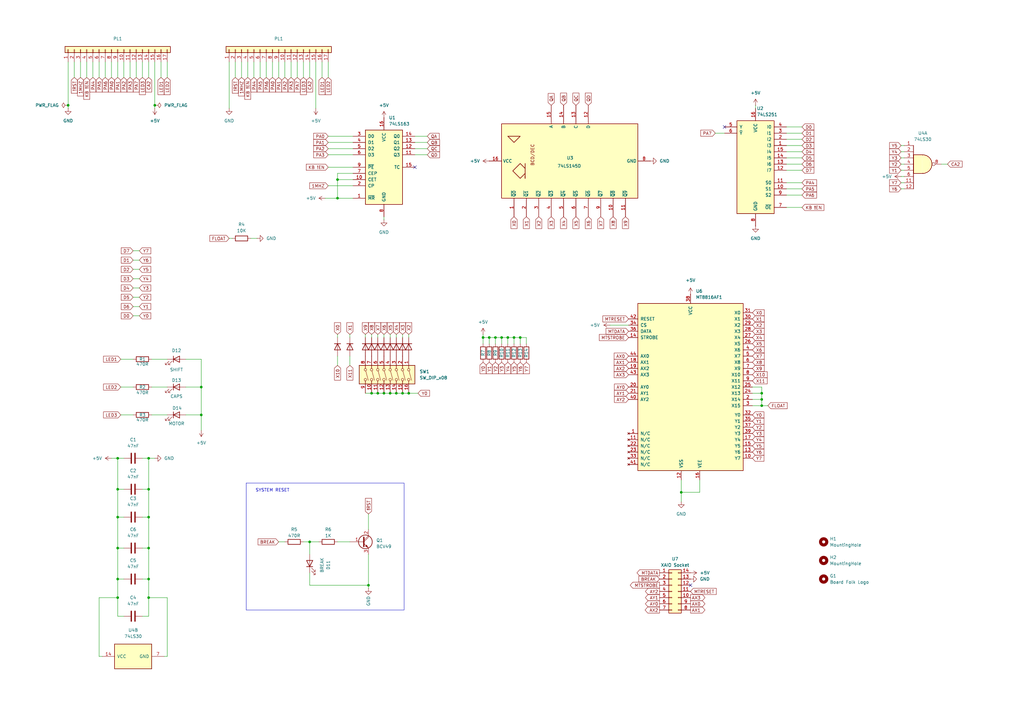
<source format=kicad_sch>
(kicad_sch (version 20231120) (generator "eeschema") (generator_version "8.0")
  (paper "A3")
  (junction (at 48.26 200.66))
  (junction (at 48.26 187.96))
  (junction (at 198.12 138.43))
  (junction (at 63.5 43.18))
  (junction (at 157.48 161.29))
  (junction (at 203.2 138.43))
  (junction (at 279.4 201.93))
  (junction (at 48.26 212.09))
  (junction (at 82.55 170.18))
  (junction (at 48.26 245.11))
  (junction (at 60.96 245.11))
  (junction (at 205.74 138.43))
  (junction (at 27.94 43.18))
  (junction (at 82.55 158.75))
  (junction (at 60.96 237.49))
  (junction (at 312.42 161.29))
  (junction (at 138.43 73.66))
  (junction (at 152.4 161.29))
  (junction (at 208.28 138.43))
  (junction (at 127 222.25))
  (junction (at 60.96 187.96))
  (junction (at 167.64 161.29))
  (junction (at 213.36 138.43))
  (junction (at 165.1 161.29))
  (junction (at 48.26 237.49))
  (junction (at 60.96 224.79))
  (junction (at 210.82 138.43))
  (junction (at 160.02 161.29))
  (junction (at 312.42 166.37))
  (junction (at 200.66 138.43))
  (junction (at 151.13 240.03))
  (junction (at 162.56 161.29))
  (junction (at 154.94 161.29))
  (junction (at 60.96 200.66))
  (junction (at 138.43 81.28))
  (junction (at 48.26 224.79))
  (junction (at 60.96 212.09))
  (junction (at 312.42 163.83))
  (no_connect (at 283.21 240.03))
  (no_connect (at 170.18 68.58))
  (no_connect (at 297.18 52.07))
  (wire (pts (xy 134.62 76.2) (xy 144.78 76.2)))
  (wire (pts (xy 322.58 52.07) (xy 328.93 52.07)))
  (wire (pts (xy 38.1 25.4) (xy 38.1 31.75)))
  (wire (pts (xy 134.62 60.96) (xy 144.78 60.96)))
  (wire (pts (xy 369.57 77.47) (xy 370.84 77.47)))
  (wire (pts (xy 322.58 54.61) (xy 328.93 54.61)))
  (wire (pts (xy 55.88 25.4) (xy 55.88 31.75)))
  (wire (pts (xy 124.46 25.4) (xy 124.46 31.75)))
  (wire (pts (xy 54.61 118.11) (xy 57.15 118.11)))
  (wire (pts (xy 35.56 25.4) (xy 35.56 31.75)))
  (wire (pts (xy 369.57 74.93) (xy 370.84 74.93)))
  (wire (pts (xy 151.13 240.03) (xy 151.13 241.3)))
  (wire (pts (xy 63.5 25.4) (xy 63.5 43.18)))
  (wire (pts (xy 208.28 138.43) (xy 208.28 140.97)))
  (wire (pts (xy 30.48 25.4) (xy 30.48 31.75)))
  (wire (pts (xy 48.26 212.09) (xy 50.8 212.09)))
  (wire (pts (xy 48.26 212.09) (xy 48.26 224.79)))
  (wire (pts (xy 60.96 187.96) (xy 60.96 200.66)))
  (wire (pts (xy 312.42 161.29) (xy 312.42 163.83)))
  (wire (pts (xy 58.42 200.66) (xy 60.96 200.66)))
  (wire (pts (xy 369.57 64.77) (xy 370.84 64.77)))
  (wire (pts (xy 60.96 237.49) (xy 60.96 245.11)))
  (wire (pts (xy 48.26 200.66) (xy 50.8 200.66)))
  (wire (pts (xy 200.66 138.43) (xy 200.66 140.97)))
  (wire (pts (xy 121.92 25.4) (xy 121.92 31.75)))
  (wire (pts (xy 160.02 161.29) (xy 162.56 161.29)))
  (wire (pts (xy 114.3 222.25) (xy 116.84 222.25)))
  (wire (pts (xy 149.86 137.16) (xy 149.86 138.43)))
  (wire (pts (xy 48.26 187.96) (xy 50.8 187.96)))
  (wire (pts (xy 287.02 201.93) (xy 287.02 196.85)))
  (wire (pts (xy 127 222.25) (xy 130.81 222.25)))
  (wire (pts (xy 322.58 57.15) (xy 328.93 57.15)))
  (wire (pts (xy 322.58 59.69) (xy 328.93 59.69)))
  (wire (pts (xy 82.55 158.75) (xy 82.55 170.18)))
  (wire (pts (xy 54.61 129.54) (xy 57.15 129.54)))
  (wire (pts (xy 312.42 163.83) (xy 312.42 166.37)))
  (wire (pts (xy 58.42 237.49) (xy 60.96 237.49)))
  (wire (pts (xy 250.19 133.35) (xy 257.81 133.35)))
  (wire (pts (xy 210.82 138.43) (xy 210.82 140.97)))
  (wire (pts (xy 27.94 25.4) (xy 27.94 43.18)))
  (wire (pts (xy 322.58 74.93) (xy 328.93 74.93)))
  (wire (pts (xy 49.53 170.18) (xy 54.61 170.18)))
  (wire (pts (xy 48.26 237.49) (xy 48.26 245.11)))
  (wire (pts (xy 76.2 147.32) (xy 82.55 147.32)))
  (wire (pts (xy 49.53 147.32) (xy 54.61 147.32)))
  (wire (pts (xy 76.2 170.18) (xy 82.55 170.18)))
  (wire (pts (xy 134.62 63.5) (xy 144.78 63.5)))
  (wire (pts (xy 138.43 71.12) (xy 138.43 73.66)))
  (wire (pts (xy 279.4 196.85) (xy 279.4 201.93)))
  (wire (pts (xy 138.43 73.66) (xy 144.78 73.66)))
  (wire (pts (xy 213.36 138.43) (xy 213.36 140.97)))
  (wire (pts (xy 138.43 137.16) (xy 138.43 138.43)))
  (wire (pts (xy 60.96 25.4) (xy 60.96 31.75)))
  (wire (pts (xy 133.35 81.28) (xy 138.43 81.28)))
  (wire (pts (xy 322.58 64.77) (xy 328.93 64.77)))
  (wire (pts (xy 312.42 166.37) (xy 308.61 166.37)))
  (wire (pts (xy 129.54 25.4) (xy 129.54 44.45)))
  (wire (pts (xy 165.1 137.16) (xy 165.1 138.43)))
  (wire (pts (xy 198.12 138.43) (xy 198.12 140.97)))
  (wire (pts (xy 45.72 25.4) (xy 45.72 31.75)))
  (wire (pts (xy 151.13 210.82) (xy 151.13 217.17)))
  (wire (pts (xy 162.56 137.16) (xy 162.56 138.43)))
  (wire (pts (xy 162.56 161.29) (xy 165.1 161.29)))
  (wire (pts (xy 134.62 58.42) (xy 144.78 58.42)))
  (wire (pts (xy 60.96 245.11) (xy 60.96 252.73)))
  (wire (pts (xy 40.64 245.11) (xy 40.64 269.24)))
  (wire (pts (xy 160.02 137.16) (xy 160.02 138.43)))
  (wire (pts (xy 132.08 25.4) (xy 132.08 31.75)))
  (wire (pts (xy 68.58 245.11) (xy 60.96 245.11)))
  (wire (pts (xy 54.61 121.92) (xy 57.15 121.92)))
  (wire (pts (xy 48.26 224.79) (xy 50.8 224.79)))
  (wire (pts (xy 58.42 224.79) (xy 60.96 224.79)))
  (wire (pts (xy 369.57 67.31) (xy 370.84 67.31)))
  (wire (pts (xy 386.08 67.31) (xy 388.62 67.31)))
  (wire (pts (xy 151.13 227.33) (xy 151.13 240.03)))
  (wire (pts (xy 76.2 158.75) (xy 82.55 158.75)))
  (wire (pts (xy 322.58 85.09) (xy 328.93 85.09)))
  (wire (pts (xy 45.72 187.96) (xy 48.26 187.96)))
  (wire (pts (xy 308.61 163.83) (xy 312.42 163.83)))
  (wire (pts (xy 48.26 25.4) (xy 48.26 31.75)))
  (wire (pts (xy 152.4 137.16) (xy 152.4 138.43)))
  (wire (pts (xy 279.4 205.74) (xy 279.4 201.93)))
  (wire (pts (xy 152.4 161.29) (xy 154.94 161.29)))
  (wire (pts (xy 322.58 62.23) (xy 328.93 62.23)))
  (wire (pts (xy 50.8 25.4) (xy 50.8 31.75)))
  (wire (pts (xy 134.62 55.88) (xy 144.78 55.88)))
  (wire (pts (xy 143.51 137.16) (xy 143.51 138.43)))
  (wire (pts (xy 124.46 222.25) (xy 127 222.25)))
  (wire (pts (xy 167.64 161.29) (xy 171.45 161.29)))
  (wire (pts (xy 68.58 269.24) (xy 67.31 269.24)))
  (wire (pts (xy 82.55 147.32) (xy 82.55 158.75)))
  (wire (pts (xy 82.55 170.18) (xy 82.55 176.53)))
  (wire (pts (xy 138.43 73.66) (xy 138.43 81.28)))
  (wire (pts (xy 293.37 54.61) (xy 297.18 54.61)))
  (wire (pts (xy 48.26 200.66) (xy 48.26 212.09)))
  (wire (pts (xy 170.18 58.42) (xy 175.26 58.42)))
  (wire (pts (xy 205.74 138.43) (xy 208.28 138.43)))
  (wire (pts (xy 99.06 25.4) (xy 99.06 31.75)))
  (wire (pts (xy 66.04 25.4) (xy 66.04 31.75)))
  (wire (pts (xy 200.66 138.43) (xy 203.2 138.43)))
  (wire (pts (xy 48.26 237.49) (xy 50.8 237.49)))
  (wire (pts (xy 369.57 59.69) (xy 370.84 59.69)))
  (wire (pts (xy 60.96 212.09) (xy 60.96 224.79)))
  (wire (pts (xy 60.96 187.96) (xy 63.5 187.96)))
  (wire (pts (xy 114.3 25.4) (xy 114.3 31.75)))
  (wire (pts (xy 40.64 25.4) (xy 40.64 31.75)))
  (wire (pts (xy 127 227.33) (xy 127 222.25)))
  (wire (pts (xy 170.18 60.96) (xy 175.26 60.96)))
  (wire (pts (xy 58.42 25.4) (xy 58.42 31.75)))
  (wire (pts (xy 68.58 25.4) (xy 68.58 31.75)))
  (wire (pts (xy 54.61 114.3) (xy 57.15 114.3)))
  (wire (pts (xy 48.26 224.79) (xy 48.26 237.49)))
  (wire (pts (xy 308.61 158.75) (xy 312.42 158.75)))
  (wire (pts (xy 134.62 25.4) (xy 134.62 31.75)))
  (wire (pts (xy 106.68 25.4) (xy 106.68 31.75)))
  (wire (pts (xy 138.43 81.28) (xy 144.78 81.28)))
  (wire (pts (xy 48.26 245.11) (xy 48.26 252.73)))
  (wire (pts (xy 127 25.4) (xy 127 31.75)))
  (wire (pts (xy 127 240.03) (xy 151.13 240.03)))
  (wire (pts (xy 369.57 62.23) (xy 370.84 62.23)))
  (wire (pts (xy 54.61 110.49) (xy 57.15 110.49)))
  (wire (pts (xy 60.96 200.66) (xy 60.96 212.09)))
  (wire (pts (xy 154.94 161.29) (xy 157.48 161.29)))
  (wire (pts (xy 104.14 25.4) (xy 104.14 31.75)))
  (wire (pts (xy 149.86 161.29) (xy 152.4 161.29)))
  (wire (pts (xy 111.76 25.4) (xy 111.76 31.75)))
  (wire (pts (xy 102.87 97.79) (xy 105.41 97.79)))
  (wire (pts (xy 33.02 25.4) (xy 33.02 31.75)))
  (wire (pts (xy 165.1 161.29) (xy 167.64 161.29)))
  (wire (pts (xy 157.48 137.16) (xy 157.48 138.43)))
  (wire (pts (xy 154.94 137.16) (xy 154.94 138.43)))
  (wire (pts (xy 170.18 55.88) (xy 175.26 55.88)))
  (wire (pts (xy 93.98 97.79) (xy 95.25 97.79)))
  (wire (pts (xy 58.42 212.09) (xy 60.96 212.09)))
  (wire (pts (xy 314.96 166.37) (xy 312.42 166.37)))
  (wire (pts (xy 167.64 137.16) (xy 167.64 138.43)))
  (wire (pts (xy 215.9 138.43) (xy 215.9 140.97)))
  (wire (pts (xy 322.58 69.85) (xy 328.93 69.85)))
  (wire (pts (xy 93.98 25.4) (xy 93.98 44.45)))
  (wire (pts (xy 322.58 80.01) (xy 328.93 80.01)))
  (wire (pts (xy 198.12 138.43) (xy 200.66 138.43)))
  (wire (pts (xy 63.5 43.18) (xy 63.5 44.45)))
  (wire (pts (xy 205.74 138.43) (xy 205.74 140.97)))
  (wire (pts (xy 54.61 125.73) (xy 57.15 125.73)))
  (wire (pts (xy 27.94 43.18) (xy 27.94 44.45)))
  (wire (pts (xy 40.64 269.24) (xy 41.91 269.24)))
  (wire (pts (xy 48.26 187.96) (xy 48.26 200.66)))
  (wire (pts (xy 127 234.95) (xy 127 240.03)))
  (wire (pts (xy 157.48 161.29) (xy 160.02 161.29)))
  (wire (pts (xy 143.51 146.05) (xy 143.51 149.86)))
  (wire (pts (xy 54.61 106.68) (xy 57.15 106.68)))
  (wire (pts (xy 54.61 102.87) (xy 57.15 102.87)))
  (wire (pts (xy 134.62 68.58) (xy 144.78 68.58)))
  (wire (pts (xy 369.57 69.85) (xy 370.84 69.85)))
  (wire (pts (xy 49.53 158.75) (xy 54.61 158.75)))
  (wire (pts (xy 68.58 269.24) (xy 68.58 245.11)))
  (wire (pts (xy 138.43 146.05) (xy 138.43 149.86)))
  (wire (pts (xy 312.42 158.75) (xy 312.42 161.29)))
  (wire (pts (xy 279.4 201.93) (xy 287.02 201.93)))
  (wire (pts (xy 203.2 138.43) (xy 203.2 140.97)))
  (wire (pts (xy 170.18 63.5) (xy 175.26 63.5)))
  (wire (pts (xy 119.38 25.4) (xy 119.38 31.75)))
  (wire (pts (xy 62.23 158.75) (xy 68.58 158.75)))
  (wire (pts (xy 58.42 187.96) (xy 60.96 187.96)))
  (wire (pts (xy 308.61 161.29) (xy 312.42 161.29)))
  (wire (pts (xy 198.12 137.16) (xy 198.12 138.43)))
  (wire (pts (xy 96.52 25.4) (xy 96.52 31.75)))
  (wire (pts (xy 62.23 170.18) (xy 68.58 170.18)))
  (wire (pts (xy 322.58 67.31) (xy 328.93 67.31)))
  (wire (pts (xy 138.43 222.25) (xy 143.51 222.25)))
  (wire (pts (xy 58.42 252.73) (xy 60.96 252.73)))
  (wire (pts (xy 101.6 25.4) (xy 101.6 31.75)))
  (wire (pts (xy 43.18 25.4) (xy 43.18 31.75)))
  (wire (pts (xy 144.78 71.12) (xy 138.43 71.12)))
  (wire (pts (xy 157.48 88.9) (xy 157.48 90.17)))
  (wire (pts (xy 53.34 25.4) (xy 53.34 31.75)))
  (wire (pts (xy 109.22 25.4) (xy 109.22 31.75)))
  (wire (pts (xy 210.82 138.43) (xy 213.36 138.43)))
  (wire (pts (xy 309.88 43.18) (xy 309.88 44.45)))
  (wire (pts (xy 60.96 224.79) (xy 60.96 237.49)))
  (wire (pts (xy 62.23 147.32) (xy 68.58 147.32)))
  (wire (pts (xy 208.28 138.43) (xy 210.82 138.43)))
  (wire (pts (xy 213.36 138.43) (xy 215.9 138.43)))
  (wire (pts (xy 50.8 252.73) (xy 48.26 252.73)))
  (wire (pts (xy 322.58 77.47) (xy 328.93 77.47)))
  (wire (pts (xy 203.2 138.43) (xy 205.74 138.43)))
  (wire (pts (xy 116.84 25.4) (xy 116.84 31.75)))
  (wire (pts (xy 40.64 245.11) (xy 48.26 245.11)))
  (wire (pts (xy 369.57 72.39) (xy 370.84 72.39)))
  (rectangle (start 100.965 198.12) (end 165.735 250.19))
  (text "SYSTEM RESET" (at 104.775 201.93 0) (effects (font (size 1.27 1.27)) (justify left bottom)))
  (global_label "CA2" (shape input) (at 127 31.75 270) (property "Intersheetrefs" "${INTERSHEET_REFS}" (effects (hide yes))))
  (global_label "PA7" (shape input) (at 55.88 31.75 270) (property "Intersheetrefs" "${INTERSHEET_REFS}" (effects (hide yes))))
  (global_label "AY1" (shape output) (at 270.51 245.11 180) (property "Intersheetrefs" "${INTERSHEET_REFS}" (effects (hide yes))))
  (global_label "AX1" (shape output) (at 283.21 250.19 0) (property "Intersheetrefs" "${INTERSHEET_REFS}" (effects (hide yes))))
  (global_label "CA2" (shape input) (at 388.62 67.31 0) (property "Intersheetrefs" "${INTERSHEET_REFS}" (effects (hide yes))))
  (global_label "Y2" (shape input) (at 57.15 121.92 0) (property "Intersheetrefs" "${INTERSHEET_REFS}" (effects (hide yes))))
  (global_label "QA" (shape input) (at 175.26 55.88 0) (property "Intersheetrefs" "${INTERSHEET_REFS}" (effects (hide yes))))
  (global_label "LED2" (shape input) (at 49.53 158.75 180) (property "Intersheetrefs" "${INTERSHEET_REFS}" (effects (hide yes))))
  (global_label "Y2" (shape input) (at 308.61 175.26 0) (property "Intersheetrefs" "${INTERSHEET_REFS}" (effects (hide yes))))
  (global_label "Y7" (shape input) (at 369.57 74.93 180) (property "Intersheetrefs" "${INTERSHEET_REFS}" (effects (hide yes))))
  (global_label "PA6" (shape input) (at 43.18 31.75 270) (property "Intersheetrefs" "${INTERSHEET_REFS}" (effects (hide yes))))
  (global_label "X2" (shape input) (at 220.98 88.9 270) (property "Intersheetrefs" "${INTERSHEET_REFS}" (effects (hide yes))))
  (global_label "X10" (shape input) (at 138.43 149.86 270) (property "Intersheetrefs" "${INTERSHEET_REFS}" (effects (hide yes))))
  (global_label "Y2" (shape input) (at 369.57 67.31 180) (property "Intersheetrefs" "${INTERSHEET_REFS}" (effects (hide yes))))
  (global_label "QC" (shape input) (at 236.22 43.18 90) (property "Intersheetrefs" "${INTERSHEET_REFS}" (effects (hide yes))))
  (global_label "AY1" (shape input) (at 257.81 161.29 180) (property "Intersheetrefs" "${INTERSHEET_REFS}" (effects (hide yes))))
  (global_label "Y1" (shape input) (at 57.15 125.73 0) (property "Intersheetrefs" "${INTERSHEET_REFS}" (effects (hide yes))))
  (global_label "!RST" (shape input) (at 30.48 31.75 270) (property "Intersheetrefs" "${INTERSHEET_REFS}" (effects (hide yes))))
  (global_label "MTSTROBE" (shape input) (at 257.81 138.43 180) (property "Intersheetrefs" "${INTERSHEET_REFS}" (effects (hide yes))))
  (global_label "Y6" (shape input) (at 308.61 185.42 0) (property "Intersheetrefs" "${INTERSHEET_REFS}" (effects (hide yes))))
  (global_label "LED1" (shape input) (at 66.04 31.75 270) (property "Intersheetrefs" "${INTERSHEET_REFS}" (effects (hide yes))))
  (global_label "Y7" (shape input) (at 215.9 148.59 270) (property "Intersheetrefs" "${INTERSHEET_REFS}" (effects (hide yes))))
  (global_label "QD" (shape input) (at 241.3 43.18 90) (property "Intersheetrefs" "${INTERSHEET_REFS}" (effects (hide yes))))
  (global_label "X9" (shape input) (at 308.61 151.13 0) (property "Intersheetrefs" "${INTERSHEET_REFS}" (effects (hide yes))))
  (global_label "AX0" (shape input) (at 257.81 146.05 180) (property "Intersheetrefs" "${INTERSHEET_REFS}" (effects (hide yes))))
  (global_label "Y1" (shape input) (at 369.57 69.85 180) (property "Intersheetrefs" "${INTERSHEET_REFS}" (effects (hide yes))))
  (global_label "D7" (shape input) (at 328.93 69.85 0) (property "Intersheetrefs" "${INTERSHEET_REFS}" (effects (hide yes))))
  (global_label "X0" (shape input) (at 210.82 88.9 270) (property "Intersheetrefs" "${INTERSHEET_REFS}" (effects (hide yes))))
  (global_label "D1" (shape input) (at 328.93 54.61 0) (property "Intersheetrefs" "${INTERSHEET_REFS}" (effects (hide yes))))
  (global_label "X6" (shape input) (at 157.48 137.16 90) (property "Intersheetrefs" "${INTERSHEET_REFS}" (effects (hide yes))))
  (global_label "FLOAT" (shape input) (at 93.98 97.79 180) (property "Intersheetrefs" "${INTERSHEET_REFS}" (effects (hide yes))))
  (global_label "D6" (shape input) (at 54.61 125.73 180) (property "Intersheetrefs" "${INTERSHEET_REFS}" (effects (hide yes))))
  (global_label "PA2" (shape input) (at 116.84 31.75 270) (property "Intersheetrefs" "${INTERSHEET_REFS}" (effects (hide yes))))
  (global_label "X9" (shape input) (at 256.54 88.9 270) (property "Intersheetrefs" "${INTERSHEET_REFS}" (effects (hide yes))))
  (global_label "AX3" (shape output) (at 283.21 245.11 0) (property "Intersheetrefs" "${INTERSHEET_REFS}" (effects (hide yes))))
  (global_label "PA5" (shape input) (at 40.64 31.75 270) (property "Intersheetrefs" "${INTERSHEET_REFS}" (effects (hide yes))))
  (global_label "PA0" (shape input) (at 111.76 31.75 270) (property "Intersheetrefs" "${INTERSHEET_REFS}" (effects (hide yes))))
  (global_label "X11" (shape input) (at 143.51 149.86 270) (property "Intersheetrefs" "${INTERSHEET_REFS}" (effects (hide yes))))
  (global_label "Y3" (shape input) (at 369.57 64.77 180) (property "Intersheetrefs" "${INTERSHEET_REFS}" (effects (hide yes))))
  (global_label "KB !EN" (shape input) (at 328.93 85.09 0) (property "Intersheetrefs" "${INTERSHEET_REFS}" (effects (hide yes))))
  (global_label "LED1" (shape input) (at 49.53 147.32 180) (property "Intersheetrefs" "${INTERSHEET_REFS}" (effects (hide yes))))
  (global_label "PA0" (shape input) (at 45.72 31.75 270) (property "Intersheetrefs" "${INTERSHEET_REFS}" (effects (hide yes))))
  (global_label "LED2" (shape input) (at 134.62 31.75 270) (property "Intersheetrefs" "${INTERSHEET_REFS}" (effects (hide yes))))
  (global_label "Y6" (shape input) (at 213.36 148.59 270) (property "Intersheetrefs" "${INTERSHEET_REFS}" (effects (hide yes))))
  (global_label "D1" (shape input) (at 54.61 106.68 180) (property "Intersheetrefs" "${INTERSHEET_REFS}" (effects (hide yes))))
  (global_label "PA0" (shape input) (at 134.62 55.88 180) (property "Intersheetrefs" "${INTERSHEET_REFS}" (effects (hide yes))))
  (global_label "LED3" (shape input) (at 58.42 31.75 270) (property "Intersheetrefs" "${INTERSHEET_REFS}" (effects (hide yes))))
  (global_label "X7" (shape input) (at 308.61 146.05 0) (property "Intersheetrefs" "${INTERSHEET_REFS}" (effects (hide yes))))
  (global_label "PA4" (shape input) (at 328.93 74.93 0) (property "Intersheetrefs" "${INTERSHEET_REFS}" (effects (hide yes))))
  (global_label "PA1" (shape input) (at 48.26 31.75 270) (property "Intersheetrefs" "${INTERSHEET_REFS}" (effects (hide yes))))
  (global_label "AX2" (shape output) (at 270.51 250.19 180) (property "Intersheetrefs" "${INTERSHEET_REFS}" (effects (hide yes))))
  (global_label "CA2" (shape input) (at 60.96 31.75 270) (property "Intersheetrefs" "${INTERSHEET_REFS}" (effects (hide yes))))
  (global_label "Y0" (shape input) (at 171.45 161.29 0) (property "Intersheetrefs" "${INTERSHEET_REFS}" (effects (hide yes))))
  (global_label "X3" (shape input) (at 165.1 137.16 90) (property "Intersheetrefs" "${INTERSHEET_REFS}" (effects (hide yes))))
  (global_label "PA1" (shape input) (at 134.62 58.42 180) (property "Intersheetrefs" "${INTERSHEET_REFS}" (effects (hide yes))))
  (global_label "D0" (shape input) (at 328.93 52.07 0) (property "Intersheetrefs" "${INTERSHEET_REFS}" (effects (hide yes))))
  (global_label "PA7" (shape input) (at 121.92 31.75 270) (property "Intersheetrefs" "${INTERSHEET_REFS}" (effects (hide yes))))
  (global_label "MTDATA" (shape input) (at 257.81 135.89 180) (property "Intersheetrefs" "${INTERSHEET_REFS}" (effects (hide yes))))
  (global_label "FLOAT" (shape input) (at 314.96 166.37 0) (property "Intersheetrefs" "${INTERSHEET_REFS}" (effects (hide yes))))
  (global_label "X11" (shape input) (at 308.61 156.21 0) (property "Intersheetrefs" "${INTERSHEET_REFS}" (effects (hide yes))))
  (global_label "X6" (shape input) (at 308.61 143.51 0) (property "Intersheetrefs" "${INTERSHEET_REFS}" (effects (hide yes))))
  (global_label "1MHZ" (shape input) (at 33.02 31.75 270) (property "Intersheetrefs" "${INTERSHEET_REFS}" (effects (hide yes))))
  (global_label "LED1" (shape input) (at 132.08 31.75 270) (property "Intersheetrefs" "${INTERSHEET_REFS}" (effects (hide yes))))
  (global_label "1MHZ" (shape input) (at 134.62 76.2 180) (property "Intersheetrefs" "${INTERSHEET_REFS}" (effects (hide yes))))
  (global_label "KB !EN" (shape input) (at 35.56 31.75 270) (property "Intersheetrefs" "${INTERSHEET_REFS}" (effects (hide yes))))
  (global_label "MTSTROBE" (shape output) (at 270.51 240.03 180) (property "Intersheetrefs" "${INTERSHEET_REFS}" (effects (hide yes))))
  (global_label "AY0" (shape input) (at 257.81 158.75 180) (property "Intersheetrefs" "${INTERSHEET_REFS}" (effects (hide yes))))
  (global_label "X1" (shape input) (at 308.61 130.81 0) (property "Intersheetrefs" "${INTERSHEET_REFS}" (effects (hide yes))))
  (global_label "!RST" (shape input) (at 96.52 31.75 270) (property "Intersheetrefs" "${INTERSHEET_REFS}" (effects (hide yes))))
  (global_label "Y3" (shape input) (at 205.74 148.59 270) (property "Intersheetrefs" "${INTERSHEET_REFS}" (effects (hide yes))))
  (global_label "Y3" (shape input) (at 57.15 118.11 0) (property "Intersheetrefs" "${INTERSHEET_REFS}" (effects (hide yes))))
  (global_label "QB" (shape input) (at 175.26 58.42 0) (property "Intersheetrefs" "${INTERSHEET_REFS}" (effects (hide yes))))
  (global_label "LED3" (shape input) (at 124.46 31.75 270) (property "Intersheetrefs" "${INTERSHEET_REFS}" (effects (hide yes))))
  (global_label "AX3" (shape input) (at 257.81 153.67 180) (property "Intersheetrefs" "${INTERSHEET_REFS}" (effects (hide yes))))
  (global_label "X8" (shape input) (at 152.4 137.16 90) (property "Intersheetrefs" "${INTERSHEET_REFS}" (effects (hide yes))))
  (global_label "AY0" (shape output) (at 270.51 247.65 180) (property "Intersheetrefs" "${INTERSHEET_REFS}" (effects (hide yes))))
  (global_label "AX2" (shape input) (at 257.81 151.13 180) (property "Intersheetrefs" "${INTERSHEET_REFS}" (effects (hide yes))))
  (global_label "X7" (shape input) (at 154.94 137.16 90) (property "Intersheetrefs" "${INTERSHEET_REFS}" (effects (hide yes))))
  (global_label "MTRESET" (shape input) (at 257.81 130.81 180) (property "Intersheetrefs" "${INTERSHEET_REFS}" (effects (hide yes))))
  (global_label "PA6" (shape input) (at 109.22 31.75 270) (property "Intersheetrefs" "${INTERSHEET_REFS}" (effects (hide yes))))
  (global_label "LED2" (shape input) (at 68.58 31.75 270) (property "Intersheetrefs" "${INTERSHEET_REFS}" (effects (hide yes))))
  (global_label "QB" (shape input) (at 231.14 43.18 90) (property "Intersheetrefs" "${INTERSHEET_REFS}" (effects (hide yes))))
  (global_label "X1" (shape input) (at 143.51 137.16 90) (property "Intersheetrefs" "${INTERSHEET_REFS}" (effects (hide yes))))
  (global_label "PA2" (shape input) (at 134.62 60.96 180) (property "Intersheetrefs" "${INTERSHEET_REFS}" (effects (hide yes))))
  (global_label "X5" (shape input) (at 160.02 137.16 90) (property "Intersheetrefs" "${INTERSHEET_REFS}" (effects (hide yes))))
  (global_label "Y3" (shape input) (at 308.61 177.8 0) (property "Intersheetrefs" "${INTERSHEET_REFS}" (effects (hide yes))))
  (global_label "Y6" (shape input) (at 369.57 77.47 180) (property "Intersheetrefs" "${INTERSHEET_REFS}" (effects (hide yes))))
  (global_label "Y2" (shape input) (at 203.2 148.59 270) (property "Intersheetrefs" "${INTERSHEET_REFS}" (effects (hide yes))))
  (global_label "D5" (shape input) (at 54.61 121.92 180) (property "Intersheetrefs" "${INTERSHEET_REFS}" (effects (hide yes))))
  (global_label "PA5" (shape input) (at 106.68 31.75 270) (property "Intersheetrefs" "${INTERSHEET_REFS}" (effects (hide yes))))
  (global_label "BREAK" (shape input) (at 270.51 237.49 180) (property "Intersheetrefs" "${INTERSHEET_REFS}" (effects (hide yes))))
  (global_label "Y5" (shape input) (at 210.82 148.59 270) (property "Intersheetrefs" "${INTERSHEET_REFS}" (effects (hide yes))))
  (global_label "Y0" (shape input) (at 308.61 170.18 0) (property "Intersheetrefs" "${INTERSHEET_REFS}" (effects (hide yes))))
  (global_label "X5" (shape input) (at 236.22 88.9 270) (property "Intersheetrefs" "${INTERSHEET_REFS}" (effects (hide yes))))
  (global_label "KB !EN" (shape input) (at 134.62 68.58 180) (property "Intersheetrefs" "${INTERSHEET_REFS}" (effects (hide yes))))
  (global_label "D4" (shape input) (at 54.61 118.11 180) (property "Intersheetrefs" "${INTERSHEET_REFS}" (effects (hide yes))))
  (global_label "MTDATA" (shape output) (at 270.51 234.95 180) (property "Intersheetrefs" "${INTERSHEET_REFS}" (effects (hide yes))))
  (global_label "Y5" (shape input) (at 57.15 110.49 0) (property "Intersheetrefs" "${INTERSHEET_REFS}" (effects (hide yes))))
  (global_label "Y7" (shape input) (at 57.15 102.87 0) (property "Intersheetrefs" "${INTERSHEET_REFS}" (effects (hide yes))))
  (global_label "PA6" (shape input) (at 328.93 80.01 0) (property "Intersheetrefs" "${INTERSHEET_REFS}" (effects (hide yes))))
  (global_label "X7" (shape input) (at 246.38 88.9 270) (property "Intersheetrefs" "${INTERSHEET_REFS}" (effects (hide yes))))
  (global_label "MTRESET" (shape input) (at 283.21 242.57 0) (property "Intersheetrefs" "${INTERSHEET_REFS}" (effects (hide yes))))
  (global_label "D2" (shape input) (at 328.93 57.15 0) (property "Intersheetrefs" "${INTERSHEET_REFS}" (effects (hide yes))))
  (global_label "KB !EN" (shape input) (at 101.6 31.75 270) (property "Intersheetrefs" "${INTERSHEET_REFS}" (effects (hide yes))))
  (global_label "X4" (shape input) (at 308.61 138.43 0) (property "Intersheetrefs" "${INTERSHEET_REFS}" (effects (hide yes))))
  (global_label "D3" (shape input) (at 328.93 59.69 0) (property "Intersheetrefs" "${INTERSHEET_REFS}" (effects (hide yes))))
  (global_label "Y6" (shape input) (at 57.15 106.68 0) (property "Intersheetrefs" "${INTERSHEET_REFS}" (effects (hide yes))))
  (global_label "AX0" (shape output) (at 283.21 247.65 0) (property "Intersheetrefs" "${INTERSHEET_REFS}" (effects (hide yes))))
  (global_label "Y4" (shape input) (at 208.28 148.59 270) (property "Intersheetrefs" "${INTERSHEET_REFS}" (effects (hide yes))))
  (global_label "D2" (shape input) (at 54.61 110.49 180) (property "Intersheetrefs" "${INTERSHEET_REFS}" (effects (hide yes))))
  (global_label "Y4" (shape input) (at 57.15 114.3 0) (property "Intersheetrefs" "${INTERSHEET_REFS}" (effects (hide yes))))
  (global_label "AY2" (shape output) (at 270.51 242.57 180) (property "Intersheetrefs" "${INTERSHEET_REFS}" (effects (hide yes))))
  (global_label "QC" (shape input) (at 175.26 60.96 0) (property "Intersheetrefs" "${INTERSHEET_REFS}" (effects (hide yes))))
  (global_label "PA4" (shape input) (at 104.14 31.75 270) (property "Intersheetrefs" "${INTERSHEET_REFS}" (effects (hide yes))))
  (global_label "PA3" (shape input) (at 119.38 31.75 270) (property "Intersheetrefs" "${INTERSHEET_REFS}" (effects (hide yes))))
  (global_label "Y7" (shape input) (at 308.61 187.96 0) (property "Intersheetrefs" "${INTERSHEET_REFS}" (effects (hide yes))))
  (global_label "D4" (shape input) (at 328.93 62.23 0) (property "Intersheetrefs" "${INTERSHEET_REFS}" (effects (hide yes))))
  (global_label "X6" (shape input) (at 241.3 88.9 270) (property "Intersheetrefs" "${INTERSHEET_REFS}" (effects (hide yes))))
  (global_label "QA" (shape input) (at 226.06 43.18 90) (property "Intersheetrefs" "${INTERSHEET_REFS}" (effects (hide yes))))
  (global_label "X0" (shape input) (at 138.43 137.16 90) (property "Intersheetrefs" "${INTERSHEET_REFS}" (effects (hide yes))))
  (global_label "D6" (shape input) (at 328.93 67.31 0) (property "Intersheetrefs" "${INTERSHEET_REFS}" (effects (hide yes))))
  (global_label "LED3" (shape input) (at 49.53 170.18 180) (property "Intersheetrefs" "${INTERSHEET_REFS}" (effects (hide yes))))
  (global_label "X1" (shape input) (at 215.9 88.9 270) (property "Intersheetrefs" "${INTERSHEET_REFS}" (effects (hide yes))))
  (global_label "PA3" (shape input) (at 134.62 63.5 180) (property "Intersheetrefs" "${INTERSHEET_REFS}" (effects (hide yes))))
  (global_label "Y0" (shape input) (at 57.15 129.54 0) (property "Intersheetrefs" "${INTERSHEET_REFS}" (effects (hide yes))))
  (global_label "PA4" (shape input) (at 38.1 31.75 270) (property "Intersheetrefs" "${INTERSHEET_REFS}" (effects (hide yes))))
  (global_label "X8" (shape input) (at 308.61 148.59 0) (property "Intersheetrefs" "${INTERSHEET_REFS}" (effects (hide yes))))
  (global_label "PA1" (shape input) (at 114.3 31.75 270) (property "Intersheetrefs" "${INTERSHEET_REFS}" (effects (hide yes))))
  (global_label "X2" (shape input) (at 167.64 137.16 90) (property "Intersheetrefs" "${INTERSHEET_REFS}" (effects (hide yes))))
  (global_label "X10" (shape input) (at 308.61 153.67 0) (property "Intersheetrefs" "${INTERSHEET_REFS}" (effects (hide yes))))
  (global_label "X4" (shape input) (at 231.14 88.9 270) (property "Intersheetrefs" "${INTERSHEET_REFS}" (effects (hide yes))))
  (global_label "Y5" (shape input) (at 308.61 182.88 0) (property "Intersheetrefs" "${INTERSHEET_REFS}" (effects (hide yes))))
  (global_label "Y4" (shape input) (at 308.61 180.34 0) (property "Intersheetrefs" "${INTERSHEET_REFS}" (effects (hide yes))))
  (global_label "Y5" (shape input) (at 369.57 59.69 180) (property "Intersheetrefs" "${INTERSHEET_REFS}" (effects (hide yes))))
  (global_label "AX1" (shape input) (at 257.81 148.59 180) (property "Intersheetrefs" "${INTERSHEET_REFS}" (effects (hide yes))))
  (global_label "X0" (shape input) (at 308.61 128.27 0) (property "Intersheetrefs" "${INTERSHEET_REFS}" (effects (hide yes))))
  (global_label "1MHZ" (shape input) (at 99.06 31.75 270) (property "Intersheetrefs" "${INTERSHEET_REFS}" (effects (hide yes))))
  (global_label "Y0" (shape input) (at 198.12 148.59 270) (property "Intersheetrefs" "${INTERSHEET_REFS}" (effects (hide yes))))
  (global_label "BREAK" (shape input) (at 114.3 222.25 180) (property "Intersheetrefs" "${INTERSHEET_REFS}" (effects (hide yes))))
  (global_label "X4" (shape input) (at 162.56 137.16 90) (property "Intersheetrefs" "${INTERSHEET_REFS}" (effects (hide yes))))
  (global_label "PA2" (shape input) (at 50.8 31.75 270) (property "Intersheetrefs" "${INTERSHEET_REFS}" (effects (hide yes))))
  (global_label "X3" (shape input) (at 308.61 135.89 0) (property "Intersheetrefs" "${INTERSHEET_REFS}" (effects (hide yes))))
  (global_label "PA7" (shape input) (at 293.37 54.61 180) (property "Intersheetrefs" "${INTERSHEET_REFS}" (effects (hide yes))))
  (global_label "PA5" (shape input) (at 328.93 77.47 0) (property "Intersheetrefs" "${INTERSHEET_REFS}" (effects (hide yes))))
  (global_label "PA3" (shape input) (at 53.34 31.75 270) (property "Intersheetrefs" "${INTERSHEET_REFS}" (effects (hide yes))))
  (global_label "X8" (shape input) (at 251.46 88.9 270) (property "Intersheetrefs" "${INTERSHEET_REFS}" (effects (hide yes))))
  (global_label "Y1" (shape input) (at 200.66 148.59 270) (property "Intersheetrefs" "${INTERSHEET_REFS}" (effects (hide yes))))
  (global_label "X9" (shape input) (at 149.86 137.16 90) (property "Intersheetrefs" "${INTERSHEET_REFS}" (effects (hide yes))))
  (global_label "D3" (shape input) (at 54.61 114.3 180) (property "Intersheetrefs" "${INTERSHEET_REFS}" (effects (hide yes))))
  (global_label "!RST" (shape input) (at 151.13 210.82 90) (property "Intersheetrefs" "${INTERSHEET_REFS}" (effects (hide yes))))
  (global_label "Y1" (shape input) (at 308.61 172.72 0) (property "Intersheetrefs" "${INTERSHEET_REFS}" (effects (hide yes))))
  (global_label "D0" (shape input) (at 54.61 129.54 180) (property "Intersheetrefs" "${INTERSHEET_REFS}" (effects (hide yes))))
  (global_label "X2" (shape input) (at 308.61 133.35 0) (property "Intersheetrefs" "${INTERSHEET_REFS}" (effects (hide yes))))
  (global_label "QD" (shape input) (at 175.26 63.5 0) (property "Intersheetrefs" "${INTERSHEET_REFS}" (effects (hide yes))))
  (global_label "X5" (shape input) (at 308.61 140.97 0) (property "Intersheetrefs" "${INTERSHEET_REFS}" (effects (hide yes))))
  (global_label "Y4" (shape input) (at 369.57 62.23 180) (property "Intersheetrefs" "${INTERSHEET_REFS}" (effects (hide yes))))
  (global_label "D5" (shape input) (at 328.93 64.77 0) (property "Intersheetrefs" "${INTERSHEET_REFS}" (effects (hide yes))))
  (global_label "X3" (shape input) (at 226.06 88.9 270) (property "Intersheetrefs" "${INTERSHEET_REFS}" (effects (hide yes))))
  (global_label "D7" (shape input) (at 54.61 102.87 180) (property "Intersheetrefs" "${INTERSHEET_REFS}" (effects (hide yes))))
  (global_label "AY2" (shape input) (at 257.81 163.83 180) (property "Intersheetrefs" "${INTERSHEET_REFS}" (effects (hide yes))))
  (symbol (lib_id "Device:C") (at 54.61 187.96 90) (unit 1)
    (property "Reference" "C1" (at 54.61 180.34 90))
    (property "Value" "47nF" (at 54.61 182.88 90))
    (property "Footprint" "Capacitor_SMD:C_0805_2012Metric" (effects (hide yes)))
    (property "Description" "Unpolarized capacitor" (effects (hide yes)))
  )
  (symbol (lib_id "Device:R") (at 215.9 144.78 0) (unit 1)
    (property "Reference" "R14" (at 215.9 144.78 90))
    (property "Value" "2K2" (effects (hide yes)))
    (property "Footprint" "Resistor_SMD:R_0805_2012Metric" (effects (hide yes)))
    (property "Description" "Resistor" (effects (hide yes)))
  )
  (symbol (lib_id "Connector_Generic:Conn_01x17") (at 48.26 20.32 90) (unit 1)
    (property "Reference" "J1" (effects (hide yes)))
    (property "Value" "PL1" (at 48.26 15.875 90))
    (property "Footprint" "Connector_PinHeader_2.54mm:PinHeader_1x17_P2.54mm_Vertical" (effects (hide yes)))
    (property "Description" "Generic connector, single row, 01x17, script generated (kicad-library-utils/schlib/autogen/connector/)" (effects (hide yes)))
  )
  (symbol (lib_id "Device:LED") (at 72.39 147.32 0) (unit 1)
    (property "Reference" "D12" (at 72.39 143.764 0))
    (property "Value" "SHIFT" (at 72.39 151.638 0))
    (property "Footprint" "LED_SMD:LED_1206_3216Metric" (effects (hide yes)))
    (property "Description" "Light emitting diode" (effects (hide yes)))
  )
  (symbol (lib_id "74xx:74LS163") (at 157.48 68.58 0) (unit 1)
    (property "Reference" "U1" (at 159.4994 48.26 0) (effects (justify left)))
    (property "Value" "74LS163" (at 159.4994 50.8 0) (effects (justify left)))
    (property "Footprint" "Package_SO:SOIC-16_3.9x9.9mm_P1.27mm" (effects (hide yes)))
    (property "Datasheet" "http://www.ti.com/lit/gpn/sn74LS163" (effects (hide yes)))
    (property "Description" "Synchronous 4-bit programmable binary Counter" (effects (hide yes)))
  )
  (symbol (lib_id "Mechanical:MountingHole") (at 337.82 222.25 0) (unit 1) (exclude_from_sim yes) (in_bom no)
    (property "Reference" "H1" (at 340.36 220.9799 0) (effects (justify left)))
    (property "Value" "MountingHole" (at 340.36 223.5199 0) (effects (justify left)))
    (property "Footprint" "MountingHole:MountingHole_2.5mm" (effects (hide yes)))
    (property "Description" "Mounting Hole without connection" (effects (hide yes)))
  )
  (symbol (lib_id "power:GND") (at 93.98 44.45 0) (unit 1)
    (property "Reference" "#PWR024" (effects (hide yes)))
    (property "Value" "GND" (at 93.98 49.53 0))
    (property "Description" "Power symbol creates a global label with name \"GND\" , ground" (effects (hide yes)))
  )
  (symbol (lib_id "Device:D") (at 165.1 142.24 90) (mirror x) (unit 1)
    (property "Reference" "D4" (effects (hide yes)))
    (property "Value" "1N4148" (effects (hide yes)))
    (property "Footprint" "Arduino:MINIDIODE" (effects (hide yes)))
    (property "Description" "Diode" (effects (hide yes)))
    (property "Sim.Device" "D" (effects (hide yes)))
    (property "Sim.Pins" "1=K 2=A" (effects (hide yes)))
  )
  (symbol (lib_id "power:PWR_FLAG") (at 63.5 43.18 270) (unit 1)
    (property "Reference" "#FLG01" (effects (hide yes)))
    (property "Value" "PWR_FLAG" (at 67.31 43.1799 90) (effects (justify left)))
    (property "Description" "Special symbol for telling ERC where power comes from" (effects (hide yes)))
  )
  (symbol (lib_id "Device:D") (at 167.64 142.24 90) (mirror x) (unit 1)
    (property "Reference" "D3" (effects (hide yes)))
    (property "Value" "1N4148" (effects (hide yes)))
    (property "Footprint" "Arduino:MINIDIODE" (effects (hide yes)))
    (property "Description" "Diode" (effects (hide yes)))
    (property "Sim.Device" "D" (effects (hide yes)))
    (property "Sim.Pins" "1=K 2=A" (effects (hide yes)))
  )
  (symbol (lib_id "Device:R") (at 203.2 144.78 0) (unit 1)
    (property "Reference" "R9" (at 203.2 144.78 90))
    (property "Value" "2K2" (effects (hide yes)))
    (property "Footprint" "Resistor_SMD:R_0805_2012Metric" (effects (hide yes)))
    (property "Description" "Resistor" (effects (hide yes)))
  )
  (symbol (lib_id "Device:R") (at 58.42 158.75 270) (unit 1)
    (property "Reference" "R2" (at 58.42 158.75 90))
    (property "Value" "470R" (at 58.42 161.036 90))
    (property "Footprint" "Resistor_SMD:R_0805_2012Metric" (effects (hide yes)))
    (property "Description" "Resistor" (effects (hide yes)))
  )
  (symbol (lib_id "74xx:74LS251") (at 309.88 67.31 0) (mirror y) (unit 1)
    (property "Reference" "U2" (at 310.4006 44.45 0) (effects (justify right)))
    (property "Value" "74LS251" (at 310.4006 46.99 0) (effects (justify right)))
    (property "Footprint" "Package_SO:SOIC-16_3.9x9.9mm_P1.27mm" (effects (hide yes)))
    (property "Datasheet" "http://www.ti.com/lit/gpn/sn74LS251" (effects (hide yes)))
    (property "Description" "Multiplexer 8 to 1, 3-state Outputs" (effects (hide yes)))
  )
  (symbol (lib_id "Mechanical:MountingHole") (at 337.82 237.49 0) (unit 1) (exclude_from_sim yes) (in_bom no)
    (property "Reference" "G1" (at 340.36 236.2199 0) (effects (justify left)))
    (property "Value" "Board Folk Logo" (at 340.36 238.7599 0) (effects (justify left)))
    (property "Footprint" "Arduino:BF8" (effects (hide yes)))
    (property "Description" "Mounting Hole without connection" (effects (hide yes)))
  )
  (symbol (lib_id "power:+5V") (at 198.12 137.16 0) (unit 1)
    (property "Reference" "#PWR013" (effects (hide yes)))
    (property "Value" "+5V" (at 198.12 132.08 0))
    (property "Description" "Power symbol creates a global label with name \"+5V\"" (effects (hide yes)))
  )
  (symbol (lib_id "Device:D") (at 154.94 142.24 90) (mirror x) (unit 1)
    (property "Reference" "D8" (effects (hide yes)))
    (property "Value" "1N4148" (effects (hide yes)))
    (property "Footprint" "Arduino:MINIDIODE" (effects (hide yes)))
    (property "Description" "Diode" (effects (hide yes)))
    (property "Sim.Device" "D" (effects (hide yes)))
    (property "Sim.Pins" "1=K 2=A" (effects (hide yes)))
  )
  (symbol (lib_id "Connector_Generic:Conn_02x07_Counter_Clockwise") (at 275.59 242.57 0) (unit 1)
    (property "Reference" "U7" (at 276.86 229.235 0))
    (property "Value" "XAIO Socket" (at 276.86 231.775 0))
    (property "Footprint" "Arduino:XAIO 14PIN" (effects (hide yes)))
    (property "Description" "Generic connector, double row, 02x07, counter clockwise pin numbering scheme (similar to DIP package numbering), script generated (kicad-library-utils/schlib/autogen/connector/)" (effects (hide yes)))
  )
  (symbol (lib_id "power:+5V") (at 283.21 120.65 0) (unit 1)
    (property "Reference" "#PWR023" (effects (hide yes)))
    (property "Value" "+5V" (at 283.21 114.935 0))
  )
  (symbol (lib_id "Device:R") (at 58.42 147.32 270) (unit 1)
    (property "Reference" "R1" (at 58.42 147.32 90))
    (property "Value" "470R" (at 58.42 149.352 90))
    (property "Footprint" "Resistor_SMD:R_0805_2012Metric" (effects (hide yes)))
    (property "Description" "Resistor" (effects (hide yes)))
  )
  (symbol (lib_id "Device:R") (at 134.62 222.25 270) (unit 1)
    (property "Reference" "R6" (at 134.62 217.17 90))
    (property "Value" "1K" (at 134.62 219.71 90))
    (property "Footprint" "Resistor_SMD:R_0805_2012Metric" (effects (hide yes)))
  )
  (symbol (lib_id "Switch:SW_DIP_x08") (at 157.48 153.67 270) (unit 1)
    (property "Reference" "SW1" (at 172.085 152.3999 90) (effects (justify left)))
    (property "Value" "SW_DIP_x08" (at 172.085 154.9399 90) (effects (justify left)))
    (property "Footprint" "Package_DIP:DIP-16_W7.62mm" (effects (hide yes)))
    (property "Description" "8x DIP Switch, Single Pole Single Throw (SPST) switch, small symbol" (effects (hide yes)))
  )
  (symbol (lib_id "Device:C") (at 54.61 224.79 90) (unit 1)
    (property "Reference" "C6" (at 54.61 217.17 90))
    (property "Value" "47nF" (at 54.61 219.71 90))
    (property "Footprint" "Capacitor_SMD:C_0805_2012Metric" (effects (hide yes)))
    (property "Description" "Unpolarized capacitor" (effects (hide yes)))
  )
  (symbol (lib_id "Device:D") (at 143.51 142.24 270) (unit 1)
    (property "Reference" "D2" (effects (hide yes)))
    (property "Value" "1N4148" (effects (hide yes)))
    (property "Footprint" "Arduino:MINIDIODE" (effects (hide yes)))
    (property "Description" "Diode" (effects (hide yes)))
    (property "Sim.Device" "D" (effects (hide yes)))
    (property "Sim.Pins" "1=K 2=A" (effects (hide yes)))
  )
  (symbol (lib_id "Device:LED") (at 72.39 158.75 0) (unit 1)
    (property "Reference" "D13" (at 72.39 155.956 0))
    (property "Value" "CAPS" (at 72.39 162.56 0))
    (property "Footprint" "LED_SMD:LED_1206_3216Metric" (effects (hide yes)))
    (property "Description" "Light emitting diode" (effects (hide yes)))
  )
  (symbol (lib_id "Device:R") (at 213.36 144.78 0) (unit 1)
    (property "Reference" "R13" (at 213.36 144.78 90))
    (property "Value" "2K2" (effects (hide yes)))
    (property "Footprint" "Resistor_SMD:R_0805_2012Metric" (effects (hide yes)))
    (property "Description" "Resistor" (effects (hide yes)))
  )
  (symbol (lib_id "Mechanical:MountingHole") (at 337.82 229.87 0) (unit 1) (exclude_from_sim yes) (in_bom no)
    (property "Reference" "H2" (at 340.36 228.5999 0) (effects (justify left)))
    (property "Value" "MountingHole" (at 340.36 231.1399 0) (effects (justify left)))
    (property "Footprint" "MountingHole:MountingHole_2.5mm" (effects (hide yes)))
    (property "Description" "Mounting Hole without connection" (effects (hide yes)))
  )
  (symbol (lib_id "74xx:74LS30") (at 54.61 269.24 90) (unit 2)
    (property "Reference" "U4" (at 54.61 258.445 90))
    (property "Value" "74LS30" (at 54.61 260.985 90))
    (property "Footprint" "Package_SO:SOIC-14_3.9x8.7mm_P1.27mm" (effects (hide yes)))
    (property "Datasheet" "http://www.ti.com/lit/gpn/sn74LS30" (effects (hide yes)))
    (property "Description" "8-input NAND" (effects (hide yes)))
  )
  (symbol (lib_id "Device:C") (at 54.61 200.66 90) (unit 1)
    (property "Reference" "C2" (at 54.61 193.04 90))
    (property "Value" "47nF" (at 54.61 195.58 90))
    (property "Footprint" "Capacitor_SMD:C_0805_2012Metric" (effects (hide yes)))
    (property "Description" "Unpolarized capacitor" (effects (hide yes)))
  )
  (symbol (lib_id "power:+5V") (at 200.66 66.04 90) (unit 1)
    (property "Reference" "#PWR06" (effects (hide yes)))
    (property "Value" "+5V" (at 196.85 66.0399 90) (effects (justify left)))
    (property "Description" "Power symbol creates a global label with name \"+5V\"" (effects (hide yes)))
  )
  (symbol (lib_id "power:+5V") (at 45.72 187.96 90) (unit 1)
    (property "Reference" "#PWR011" (effects (hide yes)))
    (property "Value" "+5V" (at 41.91 187.9599 90) (effects (justify left)))
    (property "Description" "Power symbol creates a global label with name \"+5V\"" (effects (hide yes)))
  )
  (symbol (lib_id "Device:C") (at 54.61 252.73 90) (unit 1)
    (property "Reference" "C4" (at 54.61 245.11 90))
    (property "Value" "47nF" (at 54.61 247.65 90))
    (property "Footprint" "Capacitor_SMD:C_0805_2012Metric" (effects (hide yes)))
    (property "Description" "Unpolarized capacitor" (effects (hide yes)))
  )
  (symbol (lib_id "Device:R") (at 200.66 144.78 0) (unit 1)
    (property "Reference" "R8" (at 200.66 144.78 90))
    (property "Value" "2K2" (effects (hide yes)))
    (property "Footprint" "Resistor_SMD:R_0805_2012Metric" (effects (hide yes)))
    (property "Description" "Resistor" (effects (hide yes)))
  )
  (symbol (lib_id "power:+5V") (at 63.5 44.45 180) (unit 1)
    (property "Reference" "#PWR02" (effects (hide yes)))
    (property "Value" "+5V" (at 63.5 49.53 0))
    (property "Description" "Power symbol creates a global label with name \"+5V\"" (effects (hide yes)))
  )
  (symbol (lib_id "power:+5V") (at 157.48 48.26 0) (unit 1)
    (property "Reference" "#PWR03" (effects (hide yes)))
    (property "Value" "+5V" (at 157.48 43.18 0))
    (property "Description" "Power symbol creates a global label with name \"+5V\"" (effects (hide yes)))
  )
  (symbol (lib_id "Device:R") (at 99.06 97.79 90) (unit 1)
    (property "Reference" "R4" (at 99.06 92.075 90))
    (property "Value" "10K" (at 99.06 94.615 90))
    (property "Footprint" "Resistor_SMD:R_0805_2012Metric" (effects (hide yes)))
    (property "Description" "Resistor" (effects (hide yes)))
  )
  (symbol (lib_id "Device:R") (at 120.65 222.25 270) (unit 1)
    (property "Reference" "R5" (at 120.65 217.17 90))
    (property "Value" "470R" (at 120.65 219.71 90))
    (property "Footprint" "Resistor_SMD:R_0805_2012Metric" (effects (hide yes)))
  )
  (symbol (lib_id "Device:C") (at 54.61 237.49 90) (unit 1)
    (property "Reference" "C5" (at 54.61 229.87 90))
    (property "Value" "47nF" (at 54.61 232.41 90))
    (property "Footprint" "Capacitor_SMD:C_0805_2012Metric" (effects (hide yes)))
    (property "Description" "Unpolarized capacitor" (effects (hide yes)))
  )
  (symbol (lib_id "power:+5V") (at 133.35 81.28 90) (unit 1)
    (property "Reference" "#PWR05" (effects (hide yes)))
    (property "Value" "+5V" (at 129.54 81.2799 90) (effects (justify left)))
    (property "Description" "Power symbol creates a global label with name \"+5V\"" (effects (hide yes)))
  )
  (symbol (lib_id "Device:LED") (at 72.39 170.18 0) (unit 1)
    (property "Reference" "D14" (at 72.644 167.386 0))
    (property "Value" "MOTOR" (at 72.39 173.736 0))
    (property "Footprint" "LED_SMD:LED_1206_3216Metric" (effects (hide yes)))
    (property "Description" "Light emitting diode" (effects (hide yes)))
  )
  (symbol (lib_id "Device:R") (at 208.28 144.78 0) (unit 1)
    (property "Reference" "R11" (at 208.28 144.78 90))
    (property "Value" "2K2" (effects (hide yes)))
    (property "Footprint" "Resistor_SMD:R_0805_2012Metric" (effects (hide yes)))
    (property "Description" "Resistor" (effects (hide yes)))
  )
  (symbol (lib_id "Device:D") (at 152.4 142.24 90) (mirror x) (unit 1)
    (property "Reference" "D9" (effects (hide yes)))
    (property "Value" "1N4148" (effects (hide yes)))
    (property "Footprint" "Arduino:MINIDIODE" (effects (hide yes)))
    (property "Description" "Diode" (effects (hide yes)))
    (property "Sim.Device" "D" (effects (hide yes)))
    (property "Sim.Pins" "1=K 2=A" (effects (hide yes)))
  )
  (symbol (lib_id "power:+5V") (at 283.21 234.95 270) (unit 1)
    (property "Reference" "#PWR018" (effects (hide yes)))
    (property "Value" "+5V" (at 287.02 234.9499 90) (effects (justify left)))
    (property "Description" "Power symbol creates a global label with name \"+5V\"" (effects (hide yes)))
  )
  (symbol (lib_id "Device:D") (at 160.02 142.24 90) (mirror x) (unit 1)
    (property "Reference" "D6" (effects (hide yes)))
    (property "Value" "1N4148" (effects (hide yes)))
    (property "Footprint" "Arduino:MINIDIODE" (effects (hide yes)))
    (property "Description" "Diode" (effects (hide yes)))
    (property "Sim.Device" "D" (effects (hide yes)))
    (property "Sim.Pins" "1=K 2=A" (effects (hide yes)))
  )
  (symbol (lib_id "power:+5V") (at 250.19 133.35 90) (unit 1)
    (property "Reference" "#PWR021" (effects (hide yes)))
    (property "Value" "+5V" (at 241.935 133.35 90) (effects (justify right)))
  )
  (symbol (lib_id "power:GND") (at 27.94 44.45 0) (unit 1)
    (property "Reference" "#PWR01" (effects (hide yes)))
    (property "Value" "GND" (at 27.94 49.53 0))
    (property "Description" "Power symbol creates a global label with name \"GND\" , ground" (effects (hide yes)))
  )
  (symbol (lib_id "74xx:74LS30") (at 378.46 67.31 0) (unit 1)
    (property "Reference" "U4" (at 378.46 54.61 0))
    (property "Value" "74LS30" (at 378.46 57.15 0))
    (property "Footprint" "Package_SO:SOIC-14_3.9x8.7mm_P1.27mm" (effects (hide yes)))
    (property "Datasheet" "http://www.ti.com/lit/gpn/sn74LS30" (effects (hide yes)))
    (property "Description" "8-input NAND" (effects (hide yes)))
  )
  (symbol (lib_id "power:GND") (at 105.41 97.79 90) (unit 1)
    (property "Reference" "#PWR026" (effects (hide yes)))
    (property "Value" "GND" (at 109.22 97.7899 90) (effects (justify right)))
    (property "Description" "Power symbol creates a global label with name \"GND\" , ground" (effects (hide yes)))
  )
  (symbol (lib_id "Device:D") (at 157.48 142.24 90) (mirror x) (unit 1)
    (property "Reference" "D7" (effects (hide yes)))
    (property "Value" "1N4148" (effects (hide yes)))
    (property "Footprint" "Arduino:MINIDIODE" (effects (hide yes)))
    (property "Description" "Diode" (effects (hide yes)))
    (property "Sim.Device" "D" (effects (hide yes)))
    (property "Sim.Pins" "1=K 2=A" (effects (hide yes)))
  )
  (symbol (lib_id "Transistor_BJT:BCV49") (at 148.59 222.25 0) (unit 1)
    (property "Reference" "Q1" (at 154.305 221.615 0) (effects (justify left)))
    (property "Value" "BCV49" (at 154.305 224.155 0) (effects (justify left)))
    (property "Footprint" "Package_TO_SOT_SMD:SOT-89-3" (effects (hide yes)))
    (property "Datasheet" "https://assets.nexperia.com/documents/data-sheet/BCV29_49.pdf" (effects (hide yes)))
  )
  (symbol (lib_id "power:GND") (at 279.4 205.74 0) (unit 1)
    (property "Reference" "#PWR022" (effects (hide yes)))
    (property "Value" "GND" (at 279.4 210.82 0))
  )
  (symbol (lib_id "Connector_Generic:Conn_01x17") (at 114.3 20.32 90) (unit 1)
    (property "Reference" "J3" (effects (hide yes)))
    (property "Value" "PL1" (at 114.3 15.875 90))
    (property "Footprint" "Connector_PinHeader_2.54mm:PinHeader_1x17_P2.54mm_Vertical" (effects (hide yes)))
    (property "Description" "Generic connector, single row, 01x17, script generated (kicad-library-utils/schlib/autogen/connector/)" (effects (hide yes)))
  )
  (symbol (lib_id "Device:R") (at 205.74 144.78 0) (unit 1)
    (property "Reference" "R10" (at 205.74 144.78 90))
    (property "Value" "2K2" (effects (hide yes)))
    (property "Footprint" "Resistor_SMD:R_0805_2012Metric" (effects (hide yes)))
    (property "Description" "Resistor" (effects (hide yes)))
  )
  (symbol (lib_id "power:+5V") (at 309.88 43.18 0) (unit 1)
    (property "Reference" "#PWR08" (effects (hide yes)))
    (property "Value" "+5V" (at 309.88 38.1 0))
    (property "Description" "Power symbol creates a global label with name \"+5V\"" (effects (hide yes)))
  )
  (symbol (lib_id "Device:D") (at 149.86 142.24 90) (mirror x) (unit 1)
    (property "Reference" "D10" (effects (hide yes)))
    (property "Value" "1N4148" (effects (hide yes)))
    (property "Footprint" "Arduino:MINIDIODE" (effects (hide yes)))
    (property "Description" "Diode" (effects (hide yes)))
    (property "Sim.Device" "D" (effects (hide yes)))
    (property "Sim.Pins" "1=K 2=A" (effects (hide yes)))
  )
  (symbol (lib_id "Device:R") (at 198.12 144.78 0) (unit 1)
    (property "Reference" "R7" (at 198.12 144.78 90))
    (property "Value" "2K2" (effects (hide yes)))
    (property "Footprint" "Resistor_SMD:R_0805_2012Metric" (effects (hide yes)))
    (property "Description" "Resistor" (effects (hide yes)))
  )
  (symbol (lib_id "Device:D") (at 162.56 142.24 90) (mirror x) (unit 1)
    (property "Reference" "D5" (effects (hide yes)))
    (property "Value" "1N4148" (effects (hide yes)))
    (property "Footprint" "Arduino:MINIDIODE" (effects (hide yes)))
    (property "Description" "Diode" (effects (hide yes)))
    (property "Sim.Device" "D" (effects (hide yes)))
    (property "Sim.Pins" "1=K 2=A" (effects (hide yes)))
  )
  (symbol (lib_id "Device:R") (at 210.82 144.78 0) (unit 1)
    (property "Reference" "R12" (at 210.82 144.78 90))
    (property "Value" "2K2" (effects (hide yes)))
    (property "Footprint" "Resistor_SMD:R_0805_2012Metric" (effects (hide yes)))
    (property "Description" "Resistor" (effects (hide yes)))
  )
  (symbol (lib_id "Device:C") (at 54.61 212.09 90) (unit 1)
    (property "Reference" "C3" (at 54.61 204.47 90))
    (property "Value" "47nF" (at 54.61 207.01 90))
    (property "Footprint" "Capacitor_SMD:C_0805_2012Metric" (effects (hide yes)))
    (property "Description" "Unpolarized capacitor" (effects (hide yes)))
  )
  (symbol (lib_id "power:+5V") (at 369.57 72.39 90) (unit 1)
    (property "Reference" "#PWR027" (effects (hide yes)))
    (property "Value" "+5V" (at 365.76 72.3899 90) (effects (justify left)))
    (property "Description" "Power symbol creates a global label with name \"+5V\"" (effects (hide yes)))
  )
  (symbol (lib_id "power:GND") (at 151.13 241.3 0) (unit 1)
    (property "Reference" "#PWR020" (effects (hide yes)))
    (property "Value" "GND" (at 151.13 244.475 90) (effects (justify right)))
  )
  (symbol (lib_id "Device:R") (at 58.42 170.18 270) (unit 1)
    (property "Reference" "R3" (at 58.42 170.18 90))
    (property "Value" "470R" (at 58.42 172.212 90))
    (property "Footprint" "Resistor_SMD:R_0805_2012Metric" (effects (hide yes)))
    (property "Description" "Resistor" (effects (hide yes)))
  )
  (symbol (lib_id "power:GND") (at 266.7 66.04 90) (unit 1)
    (property "Reference" "#PWR07" (effects (hide yes)))
    (property "Value" "GND" (at 270.51 66.0399 90) (effects (justify right)))
    (property "Description" "Power symbol creates a global label with name \"GND\" , ground" (effects (hide yes)))
  )
  (symbol (lib_id "power:PWR_FLAG") (at 27.94 43.18 90) (unit 1)
    (property "Reference" "#FLG02" (effects (hide yes)))
    (property "Value" "PWR_FLAG" (at 24.13 43.1799 90) (effects (justify left)))
    (property "Description" "Special symbol for telling ERC where power comes from" (effects (hide yes)))
  )
  (symbol (lib_id "power:GND") (at 157.48 90.17 0) (unit 1)
    (property "Reference" "#PWR04" (effects (hide yes)))
    (property "Value" "GND" (at 157.48 95.25 0))
    (property "Description" "Power symbol creates a global label with name \"GND\" , ground" (effects (hide yes)))
  )
  (symbol (lib_id "power:+5V") (at 82.55 176.53 180) (unit 1)
    (property "Reference" "#PWR012" (effects (hide yes)))
    (property "Value" "+5V" (at 82.55 181.61 0))
    (property "Description" "Power symbol creates a global label with name \"+5V\"" (effects (hide yes)))
  )
  (symbol (lib_id "Device:LED") (at 127 231.14 90) (unit 1)
    (property "Reference" "D11" (at 134.62 231.775 0))
    (property "Value" "BREAK" (at 132.08 231.775 0))
    (property "Footprint" "LED_SMD:LED_1206_3216Metric" (effects (hide yes)))
  )
  (symbol (lib_id "MTKEYBOARD:MT8816AF1") (at 283.21 158.75 0) (unit 1)
    (property "Reference" "U6" (at 285.4041 119.38 0) (effects (justify left)))
    (property "Value" "MT8816AF1" (at 285.4041 121.92 0) (effects (justify left)))
    (property "Footprint" "Package_QFP:TQFP-44_10x10mm_P0.8mm" (effects (hide yes)))
  )
  (symbol (lib_id "power:GND") (at 283.21 237.49 90) (unit 1)
    (property "Reference" "#PWR019" (effects (hide yes)))
    (property "Value" "GND" (at 287.02 237.4899 90) (effects (justify right)))
    (property "Description" "Power symbol creates a global label with name \"GND\" , ground" (effects (hide yes)))
  )
  (symbol (lib_id "power:GND") (at 309.88 92.71 0) (unit 1)
    (property "Reference" "#PWR09" (effects (hide yes)))
    (property "Value" "GND" (at 309.88 97.79 0))
    (property "Description" "Power symbol creates a global label with name \"GND\" , ground" (effects (hide yes)))
  )
  (symbol (lib_id "power:GND") (at 63.5 187.96 90) (unit 1)
    (property "Reference" "#PWR010" (effects (hide yes)))
    (property "Value" "GND" (at 67.31 187.9599 90) (effects (justify right)))
    (property "Description" "Power symbol creates a global label with name \"GND\" , ground" (effects (hide yes)))
  )
  (symbol (lib_id "Device:D") (at 138.43 142.24 270) (unit 1)
    (property "Reference" "D1" (effects (hide yes)))
    (property "Value" "1N4148" (effects (hide yes)))
    (property "Footprint" "Arduino:MINIDIODE" (effects (hide yes)))
    (property "Description" "Diode" (effects (hide yes)))
    (property "Sim.Device" "D" (effects (hide yes)))
    (property "Sim.Pins" "1=K 2=A" (effects (hide yes)))
  )
  (symbol (lib_id "74xx_IEEE:7445") (at 233.68 66.04 90) (mirror x) (unit 1)
    (property "Reference" "U3" (at 232.41 64.77 90) (effects (justify right)))
    (property "Value" "74LS145D" (at 228.6 68.072 90) (effects (justify right)))
    (property "Footprint" "Package_SO:SOIC-16_3.9x9.9mm_P1.27mm" (effects (hide yes)))
  )
  (symbol (lib_id "power:+5V") (at 129.54 44.45 180) (unit 1)
    (property "Reference" "#PWR025" (effects (hide yes)))
    (property "Value" "+5V" (at 129.54 49.53 0))
    (property "Description" "Power symbol creates a global label with name \"+5V\"" (effects (hide yes)))
  )
)
</source>
